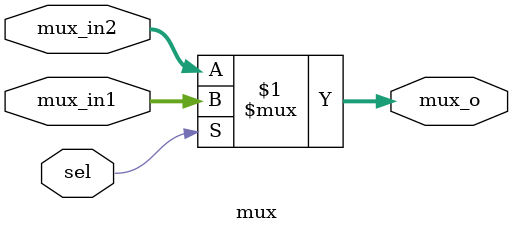
<source format=v>
module mux (
   input [31:0] mux_in1,
   input [31:0] mux_in2,
   input sel,

   output [31:0] mux_o);

   assign mux_o = sel ? mux_in1 : mux_in2;
   
endmodule

</source>
